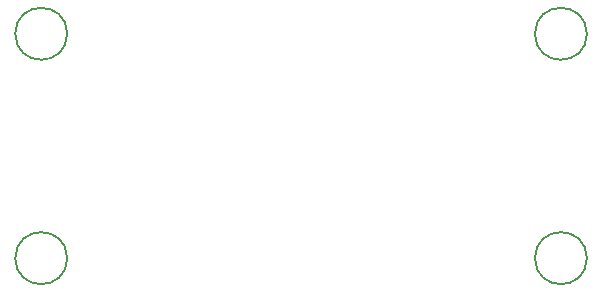
<source format=gbr>
%TF.GenerationSoftware,KiCad,Pcbnew,8.0.7*%
%TF.CreationDate,2025-01-26T16:55:51-08:00*%
%TF.ProjectId,servo-dev-board,73657276-6f2d-4646-9576-2d626f617264,rev?*%
%TF.SameCoordinates,Original*%
%TF.FileFunction,Other,Comment*%
%FSLAX46Y46*%
G04 Gerber Fmt 4.6, Leading zero omitted, Abs format (unit mm)*
G04 Created by KiCad (PCBNEW 8.0.7) date 2025-01-26 16:55:51*
%MOMM*%
%LPD*%
G01*
G04 APERTURE LIST*
%ADD10C,0.150000*%
G04 APERTURE END LIST*
D10*
%TO.C,MH3*%
X164200000Y-110500000D02*
G75*
G02*
X159800000Y-110500000I-2200000J0D01*
G01*
X159800000Y-110500000D02*
G75*
G02*
X164200000Y-110500000I2200000J0D01*
G01*
%TO.C,MH1*%
X120200000Y-91500000D02*
G75*
G02*
X115800000Y-91500000I-2200000J0D01*
G01*
X115800000Y-91500000D02*
G75*
G02*
X120200000Y-91500000I2200000J0D01*
G01*
%TO.C,MH4*%
X164198350Y-91501650D02*
G75*
G02*
X159798350Y-91501650I-2200000J0D01*
G01*
X159798350Y-91501650D02*
G75*
G02*
X164198350Y-91501650I2200000J0D01*
G01*
%TO.C,MH2*%
X120200000Y-110500000D02*
G75*
G02*
X115800000Y-110500000I-2200000J0D01*
G01*
X115800000Y-110500000D02*
G75*
G02*
X120200000Y-110500000I2200000J0D01*
G01*
%TD*%
M02*

</source>
